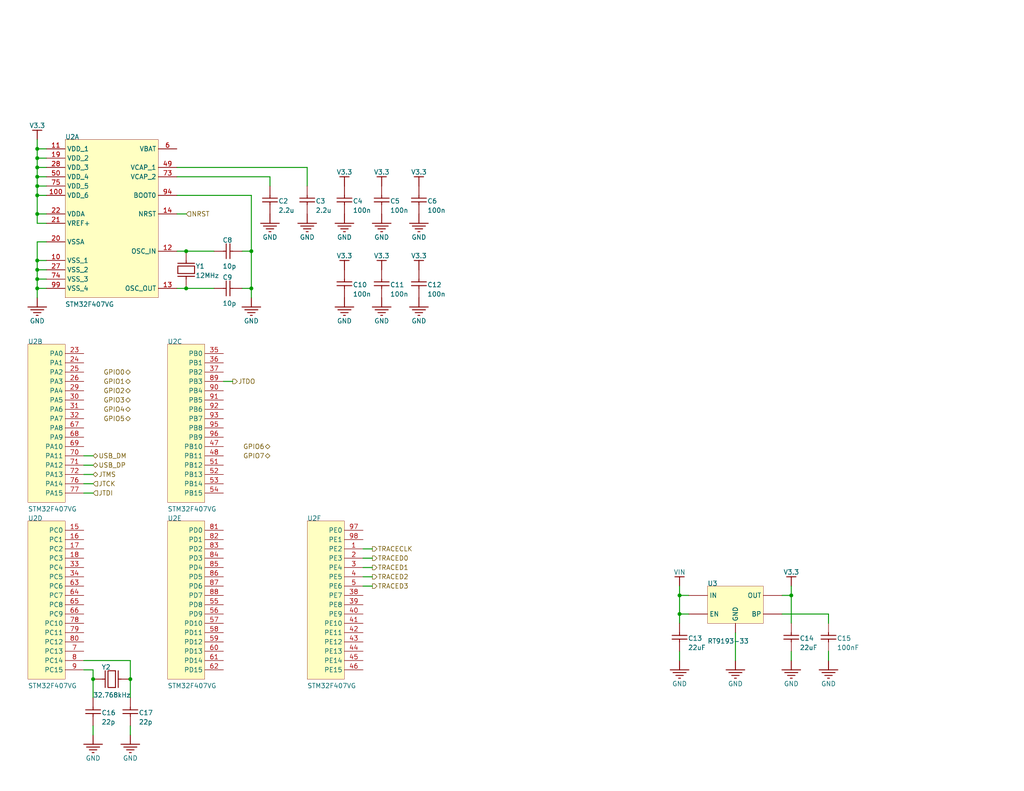
<source format=kicad_sch>
(kicad_sch (version 20231120) (generator "eeschema") (generator_version "8.0")
  (paper "A")
  (lib_symbols
    (symbol "mcu-altium-import:GND_POWER_GROUND" (power)
      (property "Reference" "#PWR" (at 0 0 0))
      (property "Value" "GND" (at 0 6.35 0))
      (symbol "GND_POWER_GROUND_0_0"
        (polyline (pts (xy -2.54 -2.54) (xy 2.54 -2.54)) (stroke (width 0.254)))
        (polyline (pts (xy -1.778 -3.302) (xy 1.778 -3.302)) (stroke (width 0.254)))
        (polyline (pts (xy -1.016 -4.064) (xy 1.016 -4.064)) (stroke (width 0.254)))
        (polyline (pts (xy -0.254 -4.826) (xy 0.254 -4.826)) (stroke (width 0.254)))
        (polyline (pts (xy 0 0) (xy 0 -2.54)) (stroke (width 0.254)))
        (pin power_in line (at 0 0 0) (length 0) hide (name "GND") (number ""))
      )
    )
    (symbol "mcu-altium-import:V3.3_BAR" (power)
      (property "Reference" "#PWR" (at 0 0 0))
      (property "Value" "V3.3" (at 0 3.81 0))
      (symbol "V3.3_BAR_0_0"
        (polyline (pts (xy -1.27 -2.54) (xy 1.27 -2.54)) (stroke (width 0.254)))
        (polyline (pts (xy 0 0) (xy 0 -2.54)) (stroke (width 0.254)))
        (pin power_in line (at 0 0 0) (length 0) hide (name "V3.3") (number ""))
      )
    )
    (symbol "mcu-altium-import:VIN_BAR" (power)
      (property "Reference" "#PWR" (at 0 0 0))
      (property "Value" "VIN" (at 0 3.81 0))
      (symbol "VIN_BAR_0_0"
        (polyline (pts (xy -1.27 -2.54) (xy 1.27 -2.54)) (stroke (width 0.254)))
        (polyline (pts (xy 0 0) (xy 0 -2.54)) (stroke (width 0.254)))
        (pin power_in line (at 0 0 0) (length 0) hide (name "VIN") (number ""))
      )
    )
    (symbol "mcu-altium-import:root_0_Capacitor"
      (symbol "root_0_Capacitor_1_0"
        (polyline (pts (xy 0 0) (xy 0.762 0)) (stroke (width 0.254)))
        (polyline (pts (xy 0.762 2.032) (xy 0.762 -2.032)) (stroke (width 0.254)))
        (polyline (pts (xy 1.778 -2.032) (xy 1.778 2.032)) (stroke (width 0.254)))
        (polyline (pts (xy 1.778 0) (xy 2.54 0)) (stroke (width 0.254)))
        (pin passive line (at -2.54 0 0) (length 2.54) (name "1") (number "1"))
        (pin passive line (at 5.08 0 180) (length 2.54) (name "2") (number "2"))
      )
    )
    (symbol "mcu-altium-import:root_0_STM32F40xV"
      (symbol "root_0_STM32F40xV_1_0"
        (rectangle (start 12.7 20.32) (end -12.7 -22.86) (stroke (width 0.0254) (color 128 0 0 1)) (fill (type background)))
        (pin passive line (at -17.78 -12.7 0) (length 5.08) (name "VSS_1") (number "10"))
        (pin passive line (at -17.78 5.08 0) (length 5.08) (name "VDD_6") (number "100"))
        (pin passive line (at -17.78 17.78 0) (length 5.08) (name "VDD_1") (number "11"))
        (pin passive line (at 17.78 -10.16 180) (length 5.08) (name "OSC_IN") (number "12"))
        (pin passive line (at 17.78 -20.32 180) (length 5.08) (name "OSC_OUT") (number "13"))
        (pin passive line (at 17.78 0 180) (length 5.08) (name "NRST") (number "14"))
        (pin passive line (at -17.78 15.24 0) (length 5.08) (name "VDD_2") (number "19"))
        (pin passive line (at -17.78 -7.62 0) (length 5.08) (name "VSSA") (number "20"))
        (pin passive line (at -17.78 -2.54 0) (length 5.08) (name "VREF+") (number "21"))
        (pin passive line (at -17.78 0 0) (length 5.08) (name "VDDA") (number "22"))
        (pin passive line (at -17.78 -15.24 0) (length 5.08) (name "VSS_2") (number "27"))
        (pin passive line (at -17.78 12.7 0) (length 5.08) (name "VDD_3") (number "28"))
        (pin passive line (at 17.78 12.7 180) (length 5.08) (name "VCAP_1") (number "49"))
        (pin passive line (at -17.78 10.16 0) (length 5.08) (name "VDD_4") (number "50"))
        (pin passive line (at 17.78 17.78 180) (length 5.08) (name "VBAT") (number "6"))
        (pin passive line (at 17.78 10.16 180) (length 5.08) (name "VCAP_2") (number "73"))
        (pin passive line (at -17.78 -17.78 0) (length 5.08) (name "VSS_3") (number "74"))
        (pin passive line (at -17.78 7.62 0) (length 5.08) (name "VDD_5") (number "75"))
        (pin passive line (at 17.78 5.08 180) (length 5.08) (name "BOOT0") (number "94"))
        (pin passive line (at -17.78 -20.32 0) (length 5.08) (name "VSS_4") (number "99"))
      )
      (symbol "root_0_STM32F40xV_2_0"
        (rectangle (start 5.08 20.32) (end -5.08 -22.86) (stroke (width 0.0254) (color 128 0 0 1)) (fill (type background)))
        (pin passive line (at 10.16 17.78 180) (length 5.08) (name "PA0") (number "23"))
        (pin passive line (at 10.16 15.24 180) (length 5.08) (name "PA1") (number "24"))
        (pin passive line (at 10.16 12.7 180) (length 5.08) (name "PA2") (number "25"))
        (pin passive line (at 10.16 10.16 180) (length 5.08) (name "PA3") (number "26"))
        (pin passive line (at 10.16 7.62 180) (length 5.08) (name "PA4") (number "29"))
        (pin passive line (at 10.16 5.08 180) (length 5.08) (name "PA5") (number "30"))
        (pin passive line (at 10.16 2.54 180) (length 5.08) (name "PA6") (number "31"))
        (pin passive line (at 10.16 0 180) (length 5.08) (name "PA7") (number "32"))
        (pin passive line (at 10.16 -2.54 180) (length 5.08) (name "PA8") (number "67"))
        (pin passive line (at 10.16 -5.08 180) (length 5.08) (name "PA9") (number "68"))
        (pin passive line (at 10.16 -7.62 180) (length 5.08) (name "PA10") (number "69"))
        (pin passive line (at 10.16 -10.16 180) (length 5.08) (name "PA11") (number "70"))
        (pin passive line (at 10.16 -12.7 180) (length 5.08) (name "PA12") (number "71"))
        (pin passive line (at 10.16 -15.24 180) (length 5.08) (name "PA13") (number "72"))
        (pin passive line (at 10.16 -17.78 180) (length 5.08) (name "PA14") (number "76"))
        (pin passive line (at 10.16 -20.32 180) (length 5.08) (name "PA15") (number "77"))
      )
      (symbol "root_0_STM32F40xV_3_0"
        (rectangle (start 5.08 20.32) (end -5.08 -22.86) (stroke (width 0.0254) (color 128 0 0 1)) (fill (type background)))
        (pin passive line (at 10.16 17.78 180) (length 5.08) (name "PB0") (number "35"))
        (pin passive line (at 10.16 15.24 180) (length 5.08) (name "PB1") (number "36"))
        (pin passive line (at 10.16 12.7 180) (length 5.08) (name "PB2") (number "37"))
        (pin passive line (at 10.16 -7.62 180) (length 5.08) (name "PB10") (number "47"))
        (pin passive line (at 10.16 -10.16 180) (length 5.08) (name "PB11") (number "48"))
        (pin passive line (at 10.16 -12.7 180) (length 5.08) (name "PB12") (number "51"))
        (pin passive line (at 10.16 -15.24 180) (length 5.08) (name "PB13") (number "52"))
        (pin passive line (at 10.16 -17.78 180) (length 5.08) (name "PB14") (number "53"))
        (pin passive line (at 10.16 -20.32 180) (length 5.08) (name "PB15") (number "54"))
        (pin passive line (at 10.16 10.16 180) (length 5.08) (name "PB3") (number "89"))
        (pin passive line (at 10.16 7.62 180) (length 5.08) (name "PB4") (number "90"))
        (pin passive line (at 10.16 5.08 180) (length 5.08) (name "PB5") (number "91"))
        (pin passive line (at 10.16 2.54 180) (length 5.08) (name "PB6") (number "92"))
        (pin passive line (at 10.16 0 180) (length 5.08) (name "PB7") (number "93"))
        (pin passive line (at 10.16 -2.54 180) (length 5.08) (name "PB8") (number "95"))
        (pin passive line (at 10.16 -5.08 180) (length 5.08) (name "PB9") (number "96"))
      )
      (symbol "root_0_STM32F40xV_4_0"
        (rectangle (start 5.08 20.32) (end -5.08 -22.86) (stroke (width 0.0254) (color 128 0 0 1)) (fill (type background)))
        (pin passive line (at 10.16 17.78 180) (length 5.08) (name "PC0") (number "15"))
        (pin passive line (at 10.16 15.24 180) (length 5.08) (name "PC1") (number "16"))
        (pin passive line (at 10.16 12.7 180) (length 5.08) (name "PC2") (number "17"))
        (pin passive line (at 10.16 10.16 180) (length 5.08) (name "PC3") (number "18"))
        (pin passive line (at 10.16 7.62 180) (length 5.08) (name "PC4") (number "33"))
        (pin passive line (at 10.16 5.08 180) (length 5.08) (name "PC5") (number "34"))
        (pin passive line (at 10.16 2.54 180) (length 5.08) (name "PC6") (number "63"))
        (pin passive line (at 10.16 0 180) (length 5.08) (name "PC7") (number "64"))
        (pin passive line (at 10.16 -2.54 180) (length 5.08) (name "PC8") (number "65"))
        (pin passive line (at 10.16 -5.08 180) (length 5.08) (name "PC9") (number "66"))
        (pin passive line (at 10.16 -15.24 180) (length 5.08) (name "PC13") (number "7"))
        (pin passive line (at 10.16 -7.62 180) (length 5.08) (name "PC10") (number "78"))
        (pin passive line (at 10.16 -10.16 180) (length 5.08) (name "PC11") (number "79"))
        (pin passive line (at 10.16 -17.78 180) (length 5.08) (name "PC14") (number "8"))
        (pin passive line (at 10.16 -12.7 180) (length 5.08) (name "PC12") (number "80"))
        (pin passive line (at 10.16 -20.32 180) (length 5.08) (name "PC15") (number "9"))
      )
      (symbol "root_0_STM32F40xV_5_0"
        (rectangle (start 5.08 20.32) (end -5.08 -22.86) (stroke (width 0.0254) (color 128 0 0 1)) (fill (type background)))
        (pin passive line (at 10.16 -2.54 180) (length 5.08) (name "PD8") (number "55"))
        (pin passive line (at 10.16 -5.08 180) (length 5.08) (name "PD9") (number "56"))
        (pin passive line (at 10.16 -7.62 180) (length 5.08) (name "PD10") (number "57"))
        (pin passive line (at 10.16 -10.16 180) (length 5.08) (name "PD11") (number "58"))
        (pin passive line (at 10.16 -12.7 180) (length 5.08) (name "PD12") (number "59"))
        (pin passive line (at 10.16 -15.24 180) (length 5.08) (name "PD13") (number "60"))
        (pin passive line (at 10.16 -17.78 180) (length 5.08) (name "PD14") (number "61"))
        (pin passive line (at 10.16 -20.32 180) (length 5.08) (name "PD15") (number "62"))
        (pin passive line (at 10.16 17.78 180) (length 5.08) (name "PD0") (number "81"))
        (pin passive line (at 10.16 15.24 180) (length 5.08) (name "PD1") (number "82"))
        (pin passive line (at 10.16 12.7 180) (length 5.08) (name "PD2") (number "83"))
        (pin passive line (at 10.16 10.16 180) (length 5.08) (name "PD3") (number "84"))
        (pin passive line (at 10.16 7.62 180) (length 5.08) (name "PD4") (number "85"))
        (pin passive line (at 10.16 5.08 180) (length 5.08) (name "PD5") (number "86"))
        (pin passive line (at 10.16 2.54 180) (length 5.08) (name "PD6") (number "87"))
        (pin passive line (at 10.16 0 180) (length 5.08) (name "PD7") (number "88"))
      )
      (symbol "root_0_STM32F40xV_6_0"
        (rectangle (start 5.08 20.32) (end -5.08 -22.86) (stroke (width 0.0254) (color 128 0 0 1)) (fill (type background)))
        (pin passive line (at 10.16 12.7 180) (length 5.08) (name "PE2") (number "1"))
        (pin passive line (at 10.16 10.16 180) (length 5.08) (name "PE3") (number "2"))
        (pin passive line (at 10.16 7.62 180) (length 5.08) (name "PE4") (number "3"))
        (pin passive line (at 10.16 0 180) (length 5.08) (name "PE7") (number "38"))
        (pin passive line (at 10.16 -2.54 180) (length 5.08) (name "PE8") (number "39"))
        (pin passive line (at 10.16 5.08 180) (length 5.08) (name "PE5") (number "4"))
        (pin passive line (at 10.16 -5.08 180) (length 5.08) (name "PE9") (number "40"))
        (pin passive line (at 10.16 -7.62 180) (length 5.08) (name "PE10") (number "41"))
        (pin passive line (at 10.16 -10.16 180) (length 5.08) (name "PE11") (number "42"))
        (pin passive line (at 10.16 -12.7 180) (length 5.08) (name "PE12") (number "43"))
        (pin passive line (at 10.16 -15.24 180) (length 5.08) (name "PE13") (number "44"))
        (pin passive line (at 10.16 -17.78 180) (length 5.08) (name "PE14") (number "45"))
        (pin passive line (at 10.16 -20.32 180) (length 5.08) (name "PE15") (number "46"))
        (pin passive line (at 10.16 2.54 180) (length 5.08) (name "PE6") (number "5"))
        (pin passive line (at 10.16 17.78 180) (length 5.08) (name "PE0") (number "97"))
        (pin passive line (at 10.16 15.24 180) (length 5.08) (name "PE1") (number "98"))
      )
    )
    (symbol "mcu-altium-import:root_0_VREG_EN_BP"
      (symbol "root_0_VREG_EN_BP_1_0"
        (rectangle (start 7.62 2.54) (end -7.62 -7.62) (stroke (width 0.0254) (color 128 0 0 1)) (fill (type background)))
        (pin passive line (at 12.7 -5.08 180) (length 5.08) (name "BP") (number "BP"))
        (pin passive line (at -12.7 -5.08 0) (length 5.08) (name "EN") (number "EN"))
        (pin passive line (at 0 -10.16 90) (length 2.54) (name "GND") (number "GND"))
        (pin passive line (at -12.7 0 0) (length 5.08) (name "IN") (number "IN"))
        (pin passive line (at 12.7 0 180) (length 5.08) (name "OUT") (number "OUT"))
      )
    )
    (symbol "mcu-altium-import:root_0_XTAL_4SMD"
      (symbol "root_0_XTAL_4SMD_1_0"
        (polyline (pts (xy -2.286 -1.778) (xy 2.286 -1.778)) (stroke (width 0.254)))
        (polyline (pts (xy -2.286 -1.016) (xy 2.286 -1.016)) (stroke (width 0.254)))
        (polyline (pts (xy -2.286 1.778) (xy 2.286 1.778)) (stroke (width 0.254)))
        (polyline (pts (xy 0 -1.778) (xy 0 -2.54)) (stroke (width 0.254)))
        (polyline (pts (xy 0 2.54) (xy 0 1.778)) (stroke (width 0.254)))
        (polyline (pts (xy -2.286 -1.016) (xy -2.286 1.016) (xy 2.286 1.016) (xy 2.286 -1.016)) (stroke (width 0.254)))
        (pin passive line (at 0 5.08 270) (length 2.54) (name "1") (number "1"))
        (pin passive line (at 2.54 2.54 0) (length 0) hide (name "2") (number "2"))
        (pin passive line (at 0 -5.08 90) (length 2.54) (name "3") (number "3"))
        (pin passive line (at 2.54 0 0) (length 0) hide (name "4") (number "4"))
      )
    )
    (symbol "mcu-altium-import:root_1_Capacitor"
      (symbol "root_1_Capacitor_1_0"
        (polyline (pts (xy -2.032 0.762) (xy 2.032 0.762)) (stroke (width 0.254)))
        (polyline (pts (xy 0 0) (xy 0 0.762)) (stroke (width 0.254)))
        (polyline (pts (xy 0 1.778) (xy 0 2.54)) (stroke (width 0.254)))
        (polyline (pts (xy 2.032 1.778) (xy -2.032 1.778)) (stroke (width 0.254)))
        (pin passive line (at 0 -2.54 90) (length 2.54) (name "1") (number "1"))
        (pin passive line (at 0 5.08 270) (length 2.54) (name "2") (number "2"))
      )
    )
    (symbol "mcu-altium-import:root_1_XTAL"
      (symbol "root_1_XTAL_1_0"
        (polyline (pts (xy -2.54 0) (xy -1.778 0)) (stroke (width 0.254)))
        (polyline (pts (xy -1.778 -2.286) (xy -1.778 2.286)) (stroke (width 0.254)))
        (polyline (pts (xy 1.016 -2.286) (xy 1.016 2.286)) (stroke (width 0.254)))
        (polyline (pts (xy 1.778 -2.286) (xy 1.778 2.286)) (stroke (width 0.254)))
        (polyline (pts (xy 1.778 0) (xy 2.54 0)) (stroke (width 0.254)))
        (polyline (pts (xy 1.016 -2.286) (xy -1.016 -2.286) (xy -1.016 2.286) (xy 1.016 2.286)) (stroke (width 0.254)))
        (pin passive line (at -5.08 0 0) (length 2.54) (name "1") (number "1"))
        (pin passive line (at 5.08 0 180) (length 2.54) (name "2") (number "2"))
      )
    )
  )
  (junction (at 10.16 45.72))
  (junction (at 10.16 53.34))
  (junction (at 35.56 185.42))
  (junction (at 10.16 73.66))
  (junction (at 68.58 68.58))
  (junction (at 68.58 78.74))
  (junction (at 25.4 185.42))
  (junction (at 10.16 40.64))
  (junction (at 10.16 71.12))
  (junction (at 50.8 78.74))
  (junction (at 10.16 78.74))
  (junction (at 10.16 50.8))
  (junction (at 215.9 162.56))
  (junction (at 185.42 162.56))
  (junction (at 10.16 43.18))
  (junction (at 185.42 167.64))
  (junction (at 10.16 48.26))
  (junction (at 50.8 68.58))
  (junction (at 10.16 76.2))
  (junction (at 10.16 58.42))
  (wire (pts (xy 83.82 45.72) (xy 83.82 50.8)) (stroke (width 0.254)))
  (wire (pts (xy 48.26 45.72) (xy 83.82 45.72)) (stroke (width 0.254)))
  (wire (pts (xy 10.16 76.2) (xy 10.16 73.66)) (stroke (width 0.254)))
  (wire (pts (xy 215.9 170.18) (xy 215.9 162.56)) (stroke (width 0.254)))
  (wire (pts (xy 185.42 167.64) (xy 187.96 167.64)) (stroke (width 0.254)))
  (wire (pts (xy 25.4 182.88) (xy 25.4 185.42)) (stroke (width 0.254)))
  (wire (pts (xy 35.56 180.34) (xy 35.56 185.42)) (stroke (width 0.254)))
  (wire (pts (xy 22.86 180.34) (xy 35.56 180.34)) (stroke (width 0.254)))
  (wire (pts (xy 10.16 58.42) (xy 10.16 53.34)) (stroke (width 0.254)))
  (wire (pts (xy 12.7 78.74) (xy 10.16 78.74)) (stroke (width 0.254)))
  (wire (pts (xy 12.7 76.2) (xy 10.16 76.2)) (stroke (width 0.254)))
  (wire (pts (xy 66.04 78.74) (xy 68.58 78.74)) (stroke (width 0.254)))
  (wire (pts (xy 213.36 162.56) (xy 215.9 162.56)) (stroke (width 0.254)))
  (wire (pts (xy 12.7 58.42) (xy 10.16 58.42)) (stroke (width 0.254)))
  (wire (pts (xy 50.8 68.58) (xy 58.42 68.58)) (stroke (width 0.254)))
  (wire (pts (xy 10.16 73.66) (xy 10.16 71.12)) (stroke (width 0.254)))
  (wire (pts (xy 12.7 71.12) (xy 10.16 71.12)) (stroke (width 0.254)))
  (wire (pts (xy 10.16 48.26) (xy 10.16 45.72)) (stroke (width 0.254)))
  (wire (pts (xy 10.16 45.72) (xy 10.16 43.18)) (stroke (width 0.254)))
  (wire (pts (xy 10.16 81.28) (xy 10.16 78.74)) (stroke (width 0.254)))
  (wire (pts (xy 185.42 180.34) (xy 185.42 177.8)) (stroke (width 0.254)))
  (wire (pts (xy 12.7 50.8) (xy 10.16 50.8)) (stroke (width 0.254)))
  (wire (pts (xy 68.58 53.34) (xy 68.58 68.58)) (stroke (width 0.254)))
  (wire (pts (xy 25.4 124.46) (xy 22.86 124.46)) (stroke (width 0.254)))
  (wire (pts (xy 101.6 149.86) (xy 99.06 149.86)) (stroke (width 0.254)))
  (wire (pts (xy 63.5 104.14) (xy 60.96 104.14)) (stroke (width 0.254)))
  (wire (pts (xy 10.16 43.18) (xy 12.7 43.18)) (stroke (width 0.254)))
  (wire (pts (xy 185.42 160.02) (xy 185.42 162.56)) (stroke (width 0.254)))
  (wire (pts (xy 50.8 78.74) (xy 58.42 78.74)) (stroke (width 0.254)))
  (wire (pts (xy 185.42 170.18) (xy 185.42 167.64)) (stroke (width 0.254)))
  (wire (pts (xy 48.26 53.34) (xy 68.58 53.34)) (stroke (width 0.254)))
  (wire (pts (xy 68.58 68.58) (xy 68.58 78.74)) (stroke (width 0.254)))
  (wire (pts (xy 12.7 73.66) (xy 10.16 73.66)) (stroke (width 0.254)))
  (wire (pts (xy 10.16 66.04) (xy 12.7 66.04)) (stroke (width 0.254)))
  (wire (pts (xy 22.86 182.88) (xy 25.4 182.88)) (stroke (width 0.254)))
  (wire (pts (xy 25.4 134.62) (xy 22.86 134.62)) (stroke (width 0.254)))
  (wire (pts (xy 12.7 45.72) (xy 10.16 45.72)) (stroke (width 0.254)))
  (wire (pts (xy 12.7 53.34) (xy 10.16 53.34)) (stroke (width 0.254)))
  (wire (pts (xy 48.26 48.26) (xy 73.66 48.26)) (stroke (width 0.254)))
  (wire (pts (xy 25.4 198.12) (xy 25.4 200.66)) (stroke (width 0.254)))
  (wire (pts (xy 73.66 48.26) (xy 73.66 50.8)) (stroke (width 0.254)))
  (wire (pts (xy 226.06 167.64) (xy 226.06 170.18)) (stroke (width 0.254)))
  (wire (pts (xy 10.16 40.64) (xy 10.16 38.1)) (stroke (width 0.254)))
  (wire (pts (xy 48.26 78.74) (xy 50.8 78.74)) (stroke (width 0.254)))
  (wire (pts (xy 12.7 60.96) (xy 10.16 60.96)) (stroke (width 0.254)))
  (wire (pts (xy 226.06 177.8) (xy 226.06 180.34)) (stroke (width 0.254)))
  (wire (pts (xy 10.16 43.18) (xy 10.16 40.64)) (stroke (width 0.254)))
  (wire (pts (xy 101.6 160.02) (xy 99.06 160.02)) (stroke (width 0.254)))
  (wire (pts (xy 200.66 172.72) (xy 200.66 180.34)) (stroke (width 0.254)))
  (wire (pts (xy 25.4 129.54) (xy 22.86 129.54)) (stroke (width 0.254)))
  (wire (pts (xy 10.16 71.12) (xy 10.16 66.04)) (stroke (width 0.254)))
  (wire (pts (xy 68.58 78.74) (xy 68.58 81.28)) (stroke (width 0.254)))
  (wire (pts (xy 35.56 185.42) (xy 35.56 190.5)) (stroke (width 0.254)))
  (wire (pts (xy 101.6 154.94) (xy 99.06 154.94)) (stroke (width 0.254)))
  (wire (pts (xy 101.6 157.48) (xy 99.06 157.48)) (stroke (width 0.254)))
  (wire (pts (xy 66.04 68.58) (xy 68.58 68.58)) (stroke (width 0.254)))
  (wire (pts (xy 48.26 68.58) (xy 50.8 68.58)) (stroke (width 0.254)))
  (wire (pts (xy 101.6 152.4) (xy 99.06 152.4)) (stroke (width 0.254)))
  (wire (pts (xy 215.9 162.56) (xy 215.9 160.02)) (stroke (width 0.254)))
  (wire (pts (xy 187.96 162.56) (xy 185.42 162.56)) (stroke (width 0.254)))
  (wire (pts (xy 35.56 198.12) (xy 35.56 200.66)) (stroke (width 0.254)))
  (wire (pts (xy 25.4 127) (xy 22.86 127)) (stroke (width 0.254)))
  (wire (pts (xy 25.4 132.08) (xy 22.86 132.08)) (stroke (width 0.254)))
  (wire (pts (xy 12.7 40.64) (xy 10.16 40.64)) (stroke (width 0.254)))
  (wire (pts (xy 185.42 162.56) (xy 185.42 167.64)) (stroke (width 0.254)))
  (wire (pts (xy 10.16 78.74) (xy 10.16 76.2)) (stroke (width 0.254)))
  (wire (pts (xy 25.4 185.42) (xy 25.4 190.5)) (stroke (width 0.254)))
  (wire (pts (xy 10.16 60.96) (xy 10.16 58.42)) (stroke (width 0.254)))
  (wire (pts (xy 10.16 50.8) (xy 10.16 48.26)) (stroke (width 0.254)))
  (wire (pts (xy 50.8 58.42) (xy 48.26 58.42)) (stroke (width 0.254)))
  (wire (pts (xy 213.36 167.64) (xy 226.06 167.64)) (stroke (width 0.254)))
  (wire (pts (xy 10.16 53.34) (xy 10.16 50.8)) (stroke (width 0.254)))
  (wire (pts (xy 215.9 180.34) (xy 215.9 177.8)) (stroke (width 0.254)))
  (wire (pts (xy 12.7 48.26) (xy 10.16 48.26)) (stroke (width 0.254)))
  (hierarchical_label "GPIO1" (shape bidirectional) (at 35.56 104.14 180))
  (hierarchical_label "USB_DP" (shape bidirectional) (at 25.4 127 0))
  (hierarchical_label "TRACED2" (shape output) (at 101.6 157.48 0))
  (hierarchical_label "JTMS" (shape bidirectional) (at 25.4 129.54 0))
  (hierarchical_label "TRACECLK" (shape output) (at 101.6 149.86 0))
  (hierarchical_label "JTDO" (shape output) (at 63.5 104.14 0))
  (hierarchical_label "GPIO2" (shape bidirectional) (at 35.56 106.68 180))
  (hierarchical_label "GPIO6" (shape bidirectional) (at 73.66 121.92 180))
  (hierarchical_label "USB_DM" (shape bidirectional) (at 25.4 124.46 0))
  (hierarchical_label "GPIO4" (shape bidirectional) (at 35.56 111.76 180))
  (hierarchical_label "TRACED3" (shape output) (at 101.6 160.02 0))
  (hierarchical_label "TRACED1" (shape output) (at 101.6 154.94 0))
  (hierarchical_label "TRACED0" (shape output) (at 101.6 152.4 0))
  (hierarchical_label "GPIO5" (shape bidirectional) (at 35.56 114.3 180))
  (hierarchical_label "GPIO0" (shape bidirectional) (at 35.56 101.6 180))
  (hierarchical_label "NRST" (shape input) (at 50.8 58.42 0))
  (hierarchical_label "JTDI" (shape input) (at 25.4 134.62 0))
  (hierarchical_label "GPIO3" (shape bidirectional) (at 35.56 109.22 180))
  (hierarchical_label "GPIO7" (shape bidirectional) (at 73.66 124.46 180))
  (hierarchical_label "JTCK" (shape input) (at 25.4 132.08 0))
  (symbol (lib_id "mcu-altium-import:GND_POWER_GROUND") (at 25.4 200.66 0) (unit 1)
    (property "Reference" "#PWR?" (effects (hide yes)))
    (property "Value" "GND" (at 25.4 207.01 0))
  )
  (symbol (lib_id "mcu-altium-import:V3.3_BAR") (at 10.16 38.1 180) (unit 1)
    (property "Reference" "#PWR?" (effects (hide yes)))
    (property "Value" "V3.3" (at 10.16 34.29 0))
  )
  (symbol (lib_id "mcu-altium-import:GND_POWER_GROUND") (at 35.56 200.66 0) (unit 1)
    (property "Reference" "#PWR?" (effects (hide yes)))
    (property "Value" "GND" (at 35.56 207.01 0))
  )
  (symbol (lib_id "mcu-altium-import:V3.3_BAR") (at 104.14 73.66 180) (unit 1)
    (property "Reference" "#PWR?" (effects (hide yes)))
    (property "Value" "V3.3" (at 104.14 69.85 0))
  )
  (symbol (lib_id "mcu-altium-import:root_1_Capacitor") (at 114.3 78.74 0) (unit 1)
    (property "Reference" "C12" (at 116.586 78.486 0) (effects (justify left bottom)))
    (property "Value" "${ALTIUM_VALUE}" (at 116.586 81.026 0) (effects (justify left bottom)))
    (property "Footprint" "0402" (effects (hide yes)))
    (property "ALTIUM_VALUE" "100n" (effects (hide yes)))
  )
  (symbol (lib_id "mcu-altium-import:root_0_STM32F40xV") (at 12.7 114.3 0) (unit 2)
    (property "Reference" "U2" (at 7.62 93.98 0) (effects (justify left bottom)))
    (property "Value" "STM32F407VG" (at 7.62 139.7 0) (effects (justify left bottom)))
    (property "Footprint" "QFP100" (effects (hide yes)))
  )
  (symbol (lib_id "mcu-altium-import:root_0_STM32F40xV") (at 50.8 114.3 0) (unit 3)
    (property "Reference" "U2" (at 45.72 93.98 0) (effects (justify left bottom)))
    (property "Value" "STM32F407VG" (at 45.72 139.7 0) (effects (justify left bottom)))
    (property "Footprint" "QFP100" (effects (hide yes)))
  )
  (symbol (lib_id "mcu-altium-import:root_0_XTAL_4SMD") (at 50.8 73.66 0) (unit 1)
    (property "Reference" "Y1" (at 53.34 73.406 0) (effects (justify left bottom)))
    (property "Value" "${ALTIUM_VALUE}" (at 53.34 75.946 0) (effects (justify left bottom)))
    (property "Footprint" "XTAL-2520-4SMD" (effects (hide yes)))
    (property "ALTIUM_VALUE" "12MHz" (effects (hide yes)))
  )
  (symbol (lib_id "mcu-altium-import:root_1_Capacitor") (at 104.14 78.74 0) (unit 1)
    (property "Reference" "C11" (at 106.426 78.486 0) (effects (justify left bottom)))
    (property "Value" "${ALTIUM_VALUE}" (at 106.426 81.026 0) (effects (justify left bottom)))
    (property "Footprint" "0402" (effects (hide yes)))
    (property "ALTIUM_VALUE" "100n" (effects (hide yes)))
  )
  (symbol (lib_id "mcu-altium-import:V3.3_BAR") (at 93.98 73.66 180) (unit 1)
    (property "Reference" "#PWR?" (effects (hide yes)))
    (property "Value" "V3.3" (at 93.98 69.85 0))
  )
  (symbol (lib_id "mcu-altium-import:root_0_Capacitor") (at 60.96 78.74 0) (unit 1)
    (property "Reference" "C9" (at 60.706 76.454 0) (effects (justify left bottom)))
    (property "Value" "${ALTIUM_VALUE}" (at 60.706 83.566 0) (effects (justify left bottom)))
    (property "Footprint" "0402" (effects (hide yes)))
    (property "ALTIUM_VALUE" "10p" (effects (hide yes)))
  )
  (symbol (lib_id "mcu-altium-import:V3.3_BAR") (at 104.14 50.8 180) (unit 1)
    (property "Reference" "#PWR?" (effects (hide yes)))
    (property "Value" "V3.3" (at 104.14 46.99 0))
  )
  (symbol (lib_id "mcu-altium-import:root_1_Capacitor") (at 25.4 195.58 0) (unit 1)
    (property "Reference" "C16" (at 27.686 195.326 0) (effects (justify left bottom)))
    (property "Value" "${ALTIUM_VALUE}" (at 27.686 197.866 0) (effects (justify left bottom)))
    (property "Footprint" "0402" (effects (hide yes)))
    (property "ALTIUM_VALUE" "22p" (effects (hide yes)))
  )
  (symbol (lib_id "mcu-altium-import:root_0_STM32F40xV") (at 50.8 162.56 0) (unit 5)
    (property "Reference" "U2" (at 45.72 142.24 0) (effects (justify left bottom)))
    (property "Value" "STM32F407VG" (at 45.72 187.96 0) (effects (justify left bottom)))
    (property "Footprint" "QFP100" (effects (hide yes)))
  )
  (symbol (lib_id "mcu-altium-import:root_1_Capacitor") (at 215.9 175.26 0) (unit 1)
    (property "Reference" "C14" (at 218.186 175.006 0) (effects (justify left bottom)))
    (property "Value" "${ALTIUM_VALUE}" (at 218.186 177.546 0) (effects (justify left bottom)))
    (property "Footprint" "0805" (effects (hide yes)))
    (property "ALTIUM_VALUE" "22uF" (effects (hide yes)))
  )
  (symbol (lib_id "mcu-altium-import:GND_POWER_GROUND") (at 93.98 58.42 0) (unit 1)
    (property "Reference" "#PWR?" (effects (hide yes)))
    (property "Value" "GND" (at 93.98 64.77 0))
  )
  (symbol (lib_id "mcu-altium-import:GND_POWER_GROUND") (at 215.9 180.34 0) (unit 1)
    (property "Reference" "#PWR?" (effects (hide yes)))
    (property "Value" "GND" (at 215.9 186.69 0))
  )
  (symbol (lib_id "mcu-altium-import:GND_POWER_GROUND") (at 73.66 58.42 0) (unit 1)
    (property "Reference" "#PWR?" (effects (hide yes)))
    (property "Value" "GND" (at 73.66 64.77 0))
  )
  (symbol (lib_id "mcu-altium-import:root_1_Capacitor") (at 73.66 55.88 0) (unit 1)
    (property "Reference" "C2" (at 75.946 55.626 0) (effects (justify left bottom)))
    (property "Value" "${ALTIUM_VALUE}" (at 75.946 58.166 0) (effects (justify left bottom)))
    (property "Footprint" "0402" (effects (hide yes)))
    (property "ALTIUM_VALUE" "2.2u" (effects (hide yes)))
  )
  (symbol (lib_id "mcu-altium-import:root_1_Capacitor") (at 35.56 195.58 0) (unit 1)
    (property "Reference" "C17" (at 37.846 195.326 0) (effects (justify left bottom)))
    (property "Value" "${ALTIUM_VALUE}" (at 37.846 197.866 0) (effects (justify left bottom)))
    (property "Footprint" "0402" (effects (hide yes)))
    (property "ALTIUM_VALUE" "22p" (effects (hide yes)))
  )
  (symbol (lib_id "mcu-altium-import:GND_POWER_GROUND") (at 93.98 81.28 0) (unit 1)
    (property "Reference" "#PWR?" (effects (hide yes)))
    (property "Value" "GND" (at 93.98 87.63 0))
  )
  (symbol (lib_id "mcu-altium-import:GND_POWER_GROUND") (at 114.3 81.28 0) (unit 1)
    (property "Reference" "#PWR?" (effects (hide yes)))
    (property "Value" "GND" (at 114.3 87.63 0))
  )
  (symbol (lib_id "mcu-altium-import:root_0_STM32F40xV") (at 30.48 58.42 0) (unit 1)
    (property "Reference" "U2" (at 17.78 38.1 0) (effects (justify left bottom)))
    (property "Value" "STM32F407VG" (at 17.78 83.82 0) (effects (justify left bottom)))
    (property "Footprint" "QFP100" (effects (hide yes)))
  )
  (symbol (lib_id "mcu-altium-import:root_0_VREG_EN_BP") (at 200.66 162.56 0) (unit 1)
    (property "Reference" "U3" (at 193.04 160.02 0) (effects (justify left bottom)))
    (property "Value" "RT9193-33" (at 193.04 175.768 0) (effects (justify left bottom)))
    (property "Footprint" "SOT23-5" (effects (hide yes)))
  )
  (symbol (lib_id "mcu-altium-import:root_1_XTAL") (at 30.48 185.42 0) (unit 1)
    (property "Reference" "Y2" (at 27.686 182.88 0) (effects (justify left bottom)))
    (property "Value" "${ALTIUM_VALUE}" (at 25.4 190.5 0) (effects (justify left bottom)))
    (property "Footprint" "XTAL-3215" (effects (hide yes)))
    (property "ALTIUM_VALUE" "32.768kHz" (effects (hide yes)))
  )
  (symbol (lib_id "mcu-altium-import:V3.3_BAR") (at 93.98 50.8 180) (unit 1)
    (property "Reference" "#PWR?" (effects (hide yes)))
    (property "Value" "V3.3" (at 93.98 46.99 0))
  )
  (symbol (lib_id "mcu-altium-import:GND_POWER_GROUND") (at 104.14 81.28 0) (unit 1)
    (property "Reference" "#PWR?" (effects (hide yes)))
    (property "Value" "GND" (at 104.14 87.63 0))
  )
  (symbol (lib_id "mcu-altium-import:root_1_Capacitor") (at 114.3 55.88 0) (unit 1)
    (property "Reference" "C6" (at 116.586 55.626 0) (effects (justify left bottom)))
    (property "Value" "${ALTIUM_VALUE}" (at 116.586 58.166 0) (effects (justify left bottom)))
    (property "Footprint" "0402" (effects (hide yes)))
    (property "ALTIUM_VALUE" "100n" (effects (hide yes)))
  )
  (symbol (lib_id "mcu-altium-import:GND_POWER_GROUND") (at 226.06 180.34 0) (unit 1)
    (property "Reference" "#PWR?" (effects (hide yes)))
    (property "Value" "GND" (at 226.06 186.69 0))
  )
  (symbol (lib_id "mcu-altium-import:root_1_Capacitor") (at 226.06 175.26 0) (unit 1)
    (property "Reference" "C15" (at 228.346 175.006 0) (effects (justify left bottom)))
    (property "Value" "${ALTIUM_VALUE}" (at 228.346 177.546 0) (effects (justify left bottom)))
    (property "Footprint" "0402" (effects (hide yes)))
    (property "ALTIUM_VALUE" "100nF" (effects (hide yes)))
  )
  (symbol (lib_id "mcu-altium-import:root_1_Capacitor") (at 93.98 78.74 0) (unit 1)
    (property "Reference" "C10" (at 96.266 78.486 0) (effects (justify left bottom)))
    (property "Value" "${ALTIUM_VALUE}" (at 96.266 81.026 0) (effects (justify left bottom)))
    (property "Footprint" "0402" (effects (hide yes)))
    (property "ALTIUM_VALUE" "100n" (effects (hide yes)))
  )
  (symbol (lib_id "mcu-altium-import:GND_POWER_GROUND") (at 114.3 58.42 0) (unit 1)
    (property "Reference" "#PWR?" (effects (hide yes)))
    (property "Value" "GND" (at 114.3 64.77 0))
  )
  (symbol (lib_id "mcu-altium-import:root_0_STM32F40xV") (at 88.9 162.56 0) (unit 6)
    (property "Reference" "U2" (at 83.82 142.24 0) (effects (justify left bottom)))
    (property "Value" "STM32F407VG" (at 83.82 187.96 0) (effects (justify left bottom)))
    (property "Footprint" "QFP100" (effects (hide yes)))
  )
  (symbol (lib_id "mcu-altium-import:GND_POWER_GROUND") (at 83.82 58.42 0) (unit 1)
    (property "Reference" "#PWR?" (effects (hide yes)))
    (property "Value" "GND" (at 83.82 64.77 0))
  )
  (symbol (lib_id "mcu-altium-import:root_1_Capacitor") (at 104.14 55.88 0) (unit 1)
    (property "Reference" "C5" (at 106.426 55.626 0) (effects (justify left bottom)))
    (property "Value" "${ALTIUM_VALUE}" (at 106.426 58.166 0) (effects (justify left bottom)))
    (property "Footprint" "0402" (effects (hide yes)))
    (property "ALTIUM_VALUE" "100n" (effects (hide yes)))
  )
  (symbol (lib_id "mcu-altium-import:GND_POWER_GROUND") (at 10.16 81.28 0) (unit 1)
    (property "Reference" "#PWR?" (effects (hide yes)))
    (property "Value" "GND" (at 10.16 87.63 0))
  )
  (symbol (lib_id "mcu-altium-import:GND_POWER_GROUND") (at 68.58 81.28 0) (unit 1)
    (property "Reference" "#PWR?" (effects (hide yes)))
    (property "Value" "GND" (at 68.58 87.63 0))
  )
  (symbol (lib_id "mcu-altium-import:root_1_Capacitor") (at 83.82 55.88 0) (unit 1)
    (property "Reference" "C3" (at 86.106 55.626 0) (effects (justify left bottom)))
    (property "Value" "${ALTIUM_VALUE}" (at 86.106 58.166 0) (effects (justify left bottom)))
    (property "Footprint" "0402" (effects (hide yes)))
    (property "ALTIUM_VALUE" "2.2u" (effects (hide yes)))
  )
  (symbol (lib_id "mcu-altium-import:GND_POWER_GROUND") (at 104.14 58.42 0) (unit 1)
    (property "Reference" "#PWR?" (effects (hide yes)))
    (property "Value" "GND" (at 104.14 64.77 0))
  )
  (symbol (lib_id "mcu-altium-import:GND_POWER_GROUND") (at 200.66 180.34 0) (unit 1)
    (property "Reference" "#PWR?" (effects (hide yes)))
    (property "Value" "GND" (at 200.66 186.69 0))
  )
  (symbol (lib_id "mcu-altium-import:root_0_STM32F40xV") (at 12.7 162.56 0) (unit 4)
    (property "Reference" "U2" (at 7.62 142.24 0) (effects (justify left bottom)))
    (property "Value" "STM32F407VG" (at 7.62 187.96 0) (effects (justify left bottom)))
    (property "Footprint" "QFP100" (effects (hide yes)))
  )
  (symbol (lib_id "mcu-altium-import:V3.3_BAR") (at 215.9 160.02 180) (unit 1)
    (property "Reference" "#PWR?" (effects (hide yes)))
    (property "Value" "V3.3" (at 215.9 156.21 0))
  )
  (symbol (lib_id "mcu-altium-import:V3.3_BAR") (at 114.3 73.66 180) (unit 1)
    (property "Reference" "#PWR?" (effects (hide yes)))
    (property "Value" "V3.3" (at 114.3 69.85 0))
  )
  (symbol (lib_id "mcu-altium-import:root_0_Capacitor") (at 60.96 68.58 0) (unit 1)
    (property "Reference" "C8" (at 60.706 66.294 0) (effects (justify left bottom)))
    (property "Value" "${ALTIUM_VALUE}" (at 60.706 73.406 0) (effects (justify left bottom)))
    (property "Footprint" "0402" (effects (hide yes)))
    (property "ALTIUM_VALUE" "10p" (effects (hide yes)))
  )
  (symbol (lib_id "mcu-altium-import:root_1_Capacitor") (at 185.42 175.26 0) (unit 1)
    (property "Reference" "C13" (at 187.706 175.006 0) (effects (justify left bottom)))
    (property "Value" "${ALTIUM_VALUE}" (at 187.706 177.546 0) (effects (justify left bottom)))
    (property "Footprint" "0805" (effects (hide yes)))
    (property "ALTIUM_VALUE" "22uF" (effects (hide yes)))
  )
  (symbol (lib_id "mcu-altium-import:VIN_BAR") (at 185.42 160.02 180) (unit 1)
    (property "Reference" "#PWR?" (effects (hide yes)))
    (property "Value" "VIN" (at 185.42 156.21 0))
  )
  (symbol (lib_id "mcu-altium-import:root_1_Capacitor") (at 93.98 55.88 0) (unit 1)
    (property "Reference" "C4" (at 96.266 55.626 0) (effects (justify left bottom)))
    (property "Value" "${ALTIUM_VALUE}" (at 96.266 58.166 0) (effects (justify left bottom)))
    (property "Footprint" "0402" (effects (hide yes)))
    (property "ALTIUM_VALUE" "100n" (effects (hide yes)))
  )
  (symbol (lib_id "mcu-altium-import:V3.3_BAR") (at 114.3 50.8 180) (unit 1)
    (property "Reference" "#PWR?" (effects (hide yes)))
    (property "Value" "V3.3" (at 114.3 46.99 0))
  )
  (symbol (lib_id "mcu-altium-import:GND_POWER_GROUND") (at 185.42 180.34 0) (unit 1)
    (property "Reference" "#PWR?" (effects (hide yes)))
    (property "Value" "GND" (at 185.42 186.69 0))
  )
)
</source>
